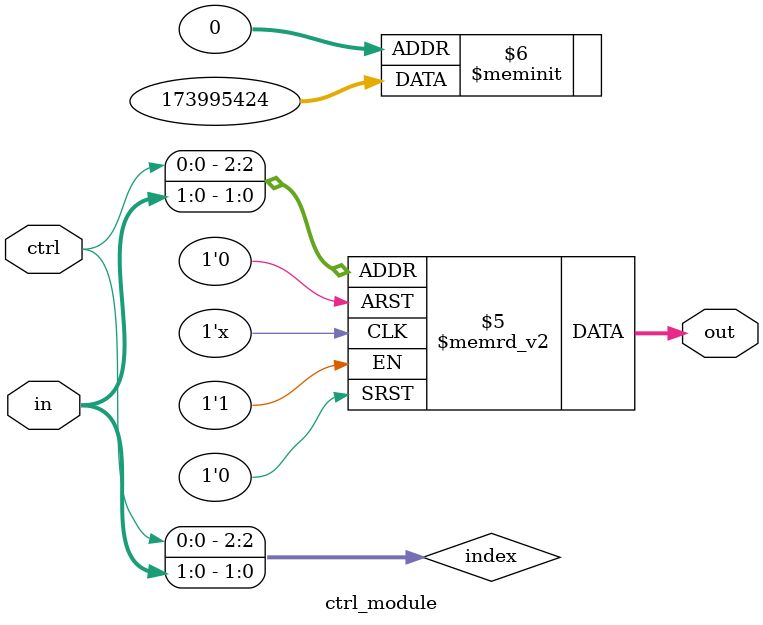
<source format=v>

module ctrl_module(
  input [3:0] in,
  input [1:0] ctrl,
  output reg [3:0] out
);

  reg [2:0] index;
  always @* begin
    index = {ctrl, in[1:0]};
  end

  // Implement the output using a case statement
  always @* begin
    case (index)
      3'b000: out = 4'b0000;
      3'b001: out = 4'b1010;
      3'b010: out = 4'b0101;
      3'b011: out = 4'b1111;
      3'b100: out = 4'b1110;
      3'b101: out = 4'b0101;
      3'b110: out = 4'b1010;
      3'b111: out = 4'b0000;
    endcase
  end

endmodule
</source>
